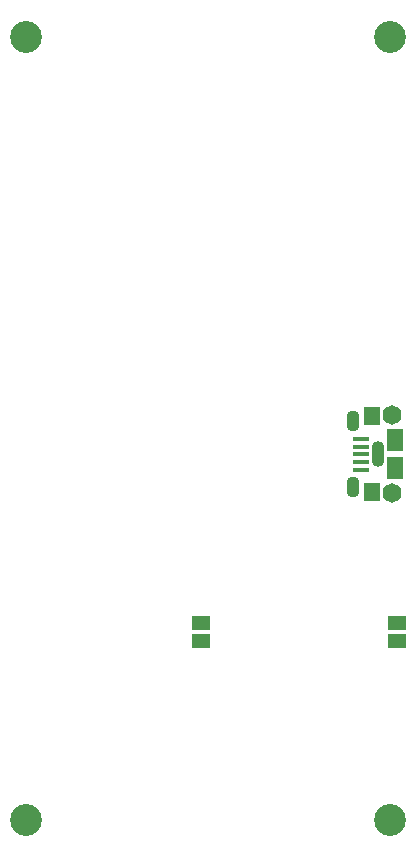
<source format=gbr>
G04 #@! TF.GenerationSoftware,KiCad,Pcbnew,(5.0.0)*
G04 #@! TF.CreationDate,2018-12-26T17:42:35-06:00*
G04 #@! TF.ProjectId,fk-sonar,666B2D736F6E61722E6B696361645F70,0.1*
G04 #@! TF.SameCoordinates,PX791ddc0PY791ddc0*
G04 #@! TF.FileFunction,Soldermask,Bot*
G04 #@! TF.FilePolarity,Negative*
%FSLAX46Y46*%
G04 Gerber Fmt 4.6, Leading zero omitted, Abs format (unit mm)*
G04 Created by KiCad (PCBNEW (5.0.0)) date 12/26/18 17:42:35*
%MOMM*%
%LPD*%
G01*
G04 APERTURE LIST*
%ADD10C,2.700000*%
%ADD11R,1.400000X1.600000*%
%ADD12R,1.350000X0.400000*%
%ADD13O,1.600000X1.651000*%
%ADD14R,1.400000X1.900000*%
%ADD15O,1.100000X1.800000*%
%ADD16O,1.100000X2.200000*%
%ADD17R,1.600200X1.168400*%
G04 APERTURE END LIST*
D10*
G04 #@! TO.C,M1*
X27902800Y62539200D03*
G04 #@! TD*
G04 #@! TO.C,M3*
X-2900000Y-3760800D03*
G04 #@! TD*
G04 #@! TO.C,M4*
X27902800Y-3760800D03*
G04 #@! TD*
G04 #@! TO.C,M6*
X-2900000Y62539200D03*
G04 #@! TD*
D11*
G04 #@! TO.C,J3*
X26384500Y30378000D03*
D12*
X25464500Y25878000D03*
X25464500Y26528000D03*
X25464500Y28478000D03*
X25464500Y27828000D03*
D13*
X28134500Y23878000D03*
D14*
X28384500Y28378000D03*
D13*
X28134500Y30478000D03*
D14*
X28384500Y25978000D03*
D12*
X25464500Y27178000D03*
D11*
X26384500Y23978000D03*
G04 #@! TD*
D15*
G04 #@! TO.C,J4*
X24774000Y24378000D03*
X24774000Y29978000D03*
D16*
X26924000Y27178000D03*
G04 #@! TD*
D17*
G04 #@! TO.C,J5*
X28511500Y11366500D03*
X28511500Y12890500D03*
G04 #@! TD*
G04 #@! TO.C,J7*
X11938000Y12890500D03*
X11938000Y11366500D03*
G04 #@! TD*
M02*

</source>
